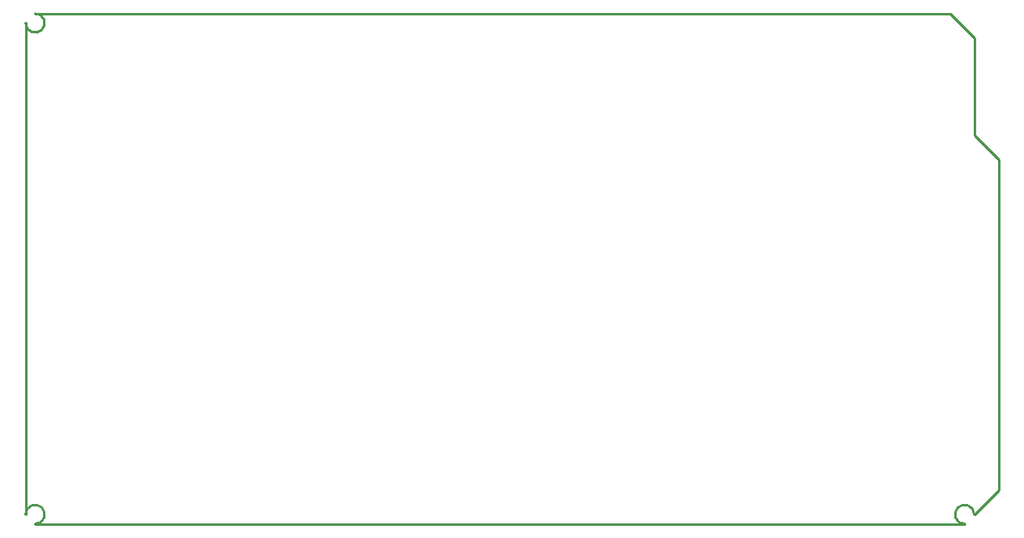
<source format=gko>
%FSLAX46Y46*%
G04 Gerber Fmt 4.6, Leading zero omitted, Abs format (unit mm)*
G04 Created by KiCad (PCBNEW (2014-10-27 BZR 5228)-product) date Fri 14 Nov 2014 06:43:38 PM PST*
%MOMM*%
G01*
G04 APERTURE LIST*
%ADD10C,0.100000*%
%ADD11C,0.254000*%
G04 APERTURE END LIST*
D10*
D11*
X194310000Y-78371700D02*
X196850000Y-80911700D01*
X196850000Y-91071700D02*
X199390000Y-93611700D01*
X199390000Y-93611700D02*
X199390000Y-128150000D01*
X199390000Y-128150000D02*
X196850000Y-130711700D01*
X195849240Y-131714240D02*
G75*
G02X196850000Y-130713480I0J1000760D01*
G01*
X195849240Y-131711700D02*
X98788220Y-131711700D01*
X97790000Y-130713480D02*
G75*
G02X98788220Y-131711700I998220J0D01*
G01*
X97790000Y-130713480D02*
X97790000Y-79372460D01*
X98788220Y-78374240D02*
G75*
G02X97790000Y-79372460I0J-998220D01*
G01*
X98788220Y-78371700D02*
X194310000Y-78371700D01*
X196850000Y-80911700D02*
X196850000Y-91071700D01*
M02*

</source>
